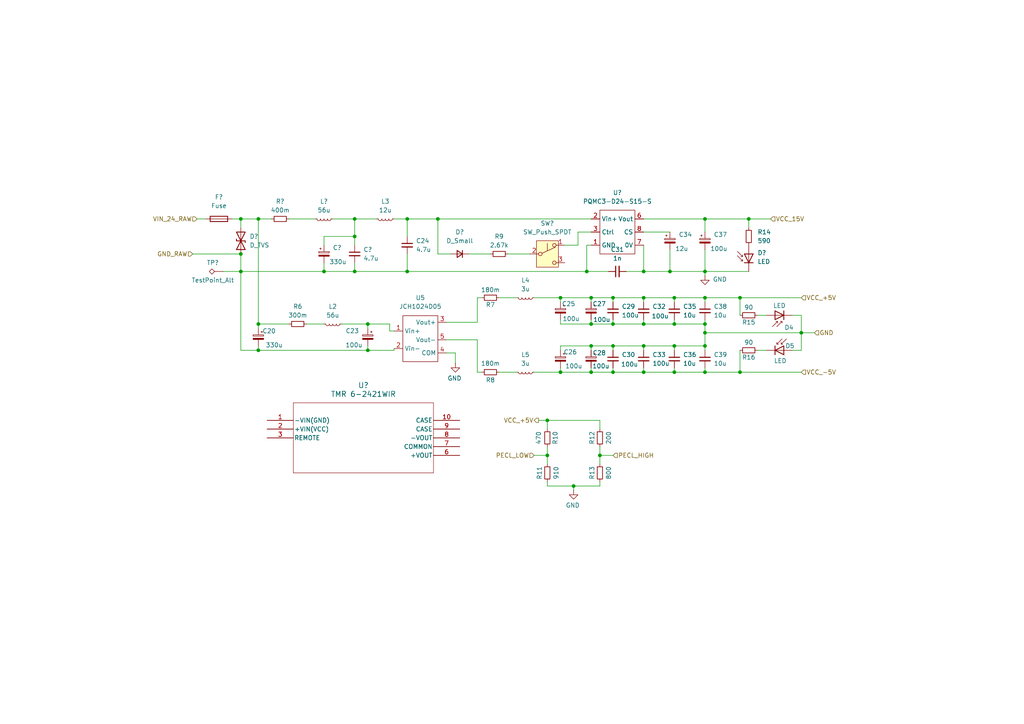
<source format=kicad_sch>
(kicad_sch (version 20231120) (generator "eeschema") (generator_version "8.0")
  (paper "A4")
  (lib_symbols
    (symbol "2025-07-16_21-58-08:TMR_6-2421WIR" (pin_names (offset 0.254))
      (property "Reference" "U" (at 27.94 10.16 0))
      (property "Value" "TMR 6-2421WIR" (at 27.94 7.62 0))
      (symbol "TMR_6-2421WIR_0_1"
        (polyline (pts (xy 7.62 -15.24) (xy 48.26 -15.24)) (stroke (width 0.127)))
        (polyline (pts (xy 7.62 5.08) (xy 7.62 -15.24)) (stroke (width 0.127)))
        (polyline (pts (xy 48.26 -15.24) (xy 48.26 5.08)) (stroke (width 0.127)))
        (polyline (pts (xy 48.26 5.08) (xy 7.62 5.08)) (stroke (width 0.127)))
        (pin power_out line (at 0 0 0) (length 7.62) (name "-VIN(GND)") (number "1"))
        (pin unspecified line (at 55.88 0 180) (length 7.62) (name "CASE") (number "10"))
        (pin power_in line (at 0 -2.54 0) (length 7.62) (name "+VIN(VCC)") (number "2"))
        (pin bidirectional line (at 0 -5.08 0) (length 7.62) (name "REMOTE") (number "3"))
        (pin power_in line (at 55.88 -10.16 180) (length 7.62) (name "+VOUT") (number "6"))
        (pin unspecified line (at 55.88 -7.62 180) (length 7.62) (name "COMMON") (number "7"))
        (pin power_in line (at 55.88 -5.08 180) (length 7.62) (name "-VOUT") (number "8"))
        (pin unspecified line (at 55.88 -2.54 180) (length 7.62) (name "CASE") (number "9"))
      )
    )
    (symbol "Connector:TestPoint_Alt" (pin_numbers hide) (pin_names (offset 0.762) hide)
      (property "Reference" "TP" (at 0 6.858 0))
      (property "Value" "TestPoint_Alt" (at 0 5.08 0))
      (symbol "TestPoint_Alt_0_1"
        (polyline (pts (xy 0 2.54) (xy -0.762 3.302) (xy 0 4.064) (xy 0.762 3.302) (xy 0 2.54)))
      )
      (symbol "TestPoint_Alt_1_1"
        (pin passive line (at 0 0 90) (length 2.54) (name "1") (number "1"))
      )
    )
    (symbol "Device:C_Polarized_Small" (pin_numbers hide) (pin_names (offset 0.254) hide)
      (property "Reference" "C" (at 0.254 1.778 0))
      (property "Value" "C_Polarized_Small" (at 0.254 -2.032 0))
      (symbol "C_Polarized_Small_0_1"
        (rectangle (start -1.524 -0.3048) (end 1.524 -0.6858) (fill (type outline)))
        (rectangle (start -1.524 0.6858) (end 1.524 0.3048))
        (polyline (pts (xy -1.27 1.524) (xy -0.762 1.524)))
        (polyline (pts (xy -1.016 1.27) (xy -1.016 1.778)))
      )
      (symbol "C_Polarized_Small_1_1"
        (pin passive line (at 0 2.54 270) (length 1.8542) (name "~") (number "1"))
        (pin passive line (at 0 -2.54 90) (length 1.8542) (name "~") (number "2"))
      )
    )
    (symbol "Device:C_Small" (pin_numbers hide) (pin_names (offset 0.254) hide)
      (property "Reference" "C" (at 0.254 1.778 0))
      (property "Value" "C_Small" (at 0.254 -2.032 0))
      (symbol "C_Small_0_1"
        (polyline (pts (xy -1.524 -0.508) (xy 1.524 -0.508)) (stroke (width 0.3302)))
        (polyline (pts (xy -1.524 0.508) (xy 1.524 0.508)) (stroke (width 0.3048)))
      )
      (symbol "C_Small_1_1"
        (pin passive line (at 0 2.54 270) (length 2.032) (name "~") (number "1"))
        (pin passive line (at 0 -2.54 90) (length 2.032) (name "~") (number "2"))
      )
    )
    (symbol "Device:D_Photo" (pin_numbers hide) (pin_names hide)
      (property "Reference" "D" (at 0.508 1.778 0))
      (property "Value" "D_Photo" (at -1.016 -2.794 0))
      (symbol "D_Photo_0_1"
        (polyline (pts (xy -2.54 1.27) (xy -2.54 -1.27)) (stroke (width 0.254)))
        (polyline (pts (xy -2.032 1.778) (xy -1.524 1.778)))
        (polyline (pts (xy 0 0) (xy -2.54 0)))
        (polyline (pts (xy -0.508 3.302) (xy -2.032 1.778) (xy -2.032 2.286)))
        (polyline (pts (xy 0 -1.27) (xy 0 1.27) (xy -2.54 0) (xy 0 -1.27)) (stroke (width 0.254)))
        (polyline (pts (xy 0.762 3.302) (xy -0.762 1.778) (xy -0.762 2.286) (xy -0.762 1.778) (xy -0.254 1.778)))
      )
      (symbol "D_Photo_1_1"
        (pin passive line (at -5.08 0 0) (length 2.54) (name "K") (number "1"))
        (pin passive line (at 2.54 0 180) (length 2.54) (name "A") (number "2"))
      )
    )
    (symbol "Device:D_Small" (pin_numbers hide) (pin_names (offset 0.254) hide)
      (property "Reference" "D" (at -1.27 2.032 0))
      (property "Value" "D_Small" (at -3.81 -2.032 0))
      (symbol "D_Small_0_1"
        (polyline (pts (xy -0.762 -1.016) (xy -0.762 1.016)) (stroke (width 0.254)))
        (polyline (pts (xy -0.762 0) (xy 0.762 0)))
        (polyline (pts (xy 0.762 -1.016) (xy -0.762 0) (xy 0.762 1.016) (xy 0.762 -1.016)) (stroke (width 0.254)))
      )
      (symbol "D_Small_1_1"
        (pin passive line (at -2.54 0 0) (length 1.778) (name "K") (number "1"))
        (pin passive line (at 2.54 0 180) (length 1.778) (name "A") (number "2"))
      )
    )
    (symbol "Device:D_TVS" (pin_numbers hide) (pin_names (offset 1.016) hide)
      (property "Reference" "D" (at 0 2.54 0))
      (property "Value" "D_TVS" (at 0 -2.54 0))
      (symbol "D_TVS_0_1"
        (polyline (pts (xy 1.27 0) (xy -1.27 0)))
        (polyline (pts (xy 0.508 1.27) (xy 0 1.27) (xy 0 -1.27) (xy -0.508 -1.27)) (stroke (width 0.254)))
        (polyline (pts (xy -2.54 1.27) (xy -2.54 -1.27) (xy 2.54 1.27) (xy 2.54 -1.27) (xy -2.54 1.27)) (stroke (width 0.254)))
      )
      (symbol "D_TVS_1_1"
        (pin passive line (at -3.81 0 0) (length 2.54) (name "A1") (number "1"))
        (pin passive line (at 3.81 0 180) (length 2.54) (name "A2") (number "2"))
      )
    )
    (symbol "Device:Fuse" (pin_numbers hide) (pin_names (offset 0))
      (property "Reference" "F" (at 2.032 0 90))
      (property "Value" "Fuse" (at -1.905 0 90))
      (symbol "Fuse_0_1"
        (rectangle (start -0.762 -2.54) (end 0.762 2.54) (stroke (width 0.254)))
        (polyline (pts (xy 0 2.54) (xy 0 -2.54)))
      )
      (symbol "Fuse_1_1"
        (pin passive line (at 0 3.81 270) (length 1.27) (name "~") (number "1"))
        (pin passive line (at 0 -3.81 90) (length 1.27) (name "~") (number "2"))
      )
    )
    (symbol "Device:L_Small" (pin_numbers hide) (pin_names (offset 0.254) hide)
      (property "Reference" "L" (at 0.762 1.016 0))
      (property "Value" "L_Small" (at 0.762 -1.016 0))
      (symbol "L_Small_0_1"
        (arc (start 0 -2.032) (mid 0.5058 -1.524) (end 0 -1.016))
        (arc (start 0 -1.016) (mid 0.5058 -0.508) (end 0 0))
        (arc (start 0 0) (mid 0.5058 0.508) (end 0 1.016))
        (arc (start 0 1.016) (mid 0.5058 1.524) (end 0 2.032))
      )
      (symbol "L_Small_1_1"
        (pin passive line (at 0 2.54 270) (length 0.508) (name "~") (number "1"))
        (pin passive line (at 0 -2.54 90) (length 0.508) (name "~") (number "2"))
      )
    )
    (symbol "Device:R_Small" (pin_numbers hide) (pin_names (offset 0.254) hide)
      (property "Reference" "R" (at 0.762 0.508 0))
      (property "Value" "R_Small" (at 0.762 -1.016 0))
      (symbol "R_Small_0_1"
        (rectangle (start -0.762 1.778) (end 0.762 -1.778) (stroke (width 0.2032)))
      )
      (symbol "R_Small_1_1"
        (pin passive line (at 0 2.54 270) (length 0.762) (name "~") (number "1"))
        (pin passive line (at 0 -2.54 90) (length 0.762) (name "~") (number "2"))
      )
    )
    (symbol "New_Library:JCH1024D05"
      (property "Reference" "U" (at 0 4.064 0))
      (symbol "JCH1024D05_0_1"
        (rectangle (start -5.08 3.175) (end 5.08 -10.16))
      )
      (symbol "JCH1024D05_1_1"
        (pin input line (at -7.62 -1.27 0) (length 2.54) (name "Vin+") (number "1"))
        (pin input line (at -7.62 -6.35 0) (length 2.54) (name "Vin-") (number "2"))
        (pin input line (at 7.62 1.27 180) (length 2.54) (name "Vout+") (number "3"))
        (pin input line (at 7.62 -7.62 180) (length 2.54) (name "COM") (number "4"))
        (pin input line (at 7.62 -3.81 180) (length 2.54) (name "Vout-") (number "5"))
      )
    )
    (symbol "New_Library:PQM3-D24-S15"
      (property "Reference" "U" (at 0 3.556 0))
      (symbol "PQM3-D24-S15_0_1"
        (rectangle (start -5.08 2.54) (end 5.08 -10.16))
      )
      (symbol "PQM3-D24-S15_1_1"
        (pin input line (at -7.62 -7.62 0) (length 2.54) (name "GND") (number "1"))
        (pin input line (at -7.62 0 0) (length 2.54) (name "Vin+") (number "2"))
        (pin input line (at -7.62 -3.81 0) (length 2.54) (name "Ctrl") (number "3"))
        (pin output line (at 7.62 0 180) (length 2.54) (name "Vout") (number "6"))
        (pin input line (at 7.62 -7.62 180) (length 2.54) (name "0V") (number "7"))
        (pin input line (at 7.62 -3.81 180) (length 2.54) (name "CS") (number "8"))
      )
    )
    (symbol "Switch:SW_Push_SPDT" (pin_names (offset 0) hide)
      (property "Reference" "SW" (at 0 5.08 0))
      (property "Value" "SW_Push_SPDT" (at 0 -5.08 0))
      (symbol "SW_Push_SPDT_0_0"
        (circle (center -2.032 0) (radius 0.508))
        (polyline (pts (xy 0 1.016) (xy 0 3.048)))
        (circle (center 2.032 -2.54) (radius 0.508))
      )
      (symbol "SW_Push_SPDT_0_1"
        (polyline (pts (xy -1.524 0.2032) (xy 2.3368 1.9812)))
        (circle (center 2.032 2.54) (radius 0.508))
      )
      (symbol "SW_Push_SPDT_1_1"
        (rectangle (start -3.175 3.81) (end 3.175 -3.81) (fill (type background)))
        (pin passive line (at 5.08 2.54 180) (length 2.54) (name "A") (number "1"))
        (pin passive line (at -5.08 0 0) (length 2.54) (name "B") (number "2"))
        (pin passive line (at 5.08 -2.54 180) (length 2.54) (name "C") (number "3"))
      )
    )
    (symbol "power:GND" (power) (pin_numbers hide) (pin_names (offset 0) hide)
      (property "Value" "GND" (at 0 -3.81 0))
      (symbol "GND_0_1"
        (polyline (pts (xy 0 0) (xy 0 -1.27) (xy 1.27 -1.27) (xy 0 -2.54) (xy -1.27 -1.27) (xy 0 -1.27)))
      )
      (symbol "GND_1_1"
        (pin power_in line (at 0 0 270) (length 0) (name "~") (number "1"))
      )
    )
  )
  (junction (at 69.85 63.5))
  (junction (at 186.69 78.74))
  (junction (at 106.68 93.98))
  (junction (at 177.8 93.98))
  (junction (at 204.47 96.52))
  (junction (at 232.41 96.52))
  (junction (at 158.75 121.92))
  (junction (at 214.63 86.36))
  (junction (at 195.58 86.36))
  (junction (at 102.87 68.58))
  (junction (at 170.18 78.74))
  (junction (at 166.37 140.97))
  (junction (at 118.11 78.74))
  (junction (at 204.47 93.98))
  (junction (at 214.63 107.95))
  (junction (at 127 63.5))
  (junction (at 186.69 86.36))
  (junction (at 171.45 107.95))
  (junction (at 204.47 78.74))
  (junction (at 69.85 78.74))
  (junction (at 74.93 93.98))
  (junction (at 162.56 86.36))
  (junction (at 195.58 107.95))
  (junction (at 102.87 63.5))
  (junction (at 173.99 132.08))
  (junction (at 177.8 86.36))
  (junction (at 171.45 86.36))
  (junction (at 171.45 100.33))
  (junction (at 69.85 73.66))
  (junction (at 186.69 107.95))
  (junction (at 217.17 63.5))
  (junction (at 158.75 132.08))
  (junction (at 102.87 78.74))
  (junction (at 177.8 107.95))
  (junction (at 171.45 93.98))
  (junction (at 162.56 107.95))
  (junction (at 118.11 63.5))
  (junction (at 195.58 100.33))
  (junction (at 186.69 93.98))
  (junction (at 74.93 63.5))
  (junction (at 204.47 63.5))
  (junction (at 106.68 101.6))
  (junction (at 74.93 101.6))
  (junction (at 204.47 100.33))
  (junction (at 194.31 78.74))
  (junction (at 204.47 107.95))
  (junction (at 195.58 93.98))
  (junction (at 93.98 78.74))
  (junction (at 177.8 100.33))
  (junction (at 204.47 86.36))
  (junction (at 186.69 100.33))
  (wire (pts (xy 158.75 121.92) (xy 158.75 124.46)))
  (wire (pts (xy 64.77 78.74) (xy 69.85 78.74)))
  (wire (pts (xy 214.63 107.95) (xy 204.47 107.95)))
  (wire (pts (xy 186.69 67.31) (xy 194.31 67.31)))
  (wire (pts (xy 173.99 121.92) (xy 173.99 124.46)))
  (wire (pts (xy 170.18 78.74) (xy 176.53 78.74)))
  (wire (pts (xy 130.81 73.66) (xy 127 73.66)))
  (wire (pts (xy 214.63 86.36) (xy 232.41 86.36)))
  (wire (pts (xy 204.47 72.39) (xy 204.47 78.74)))
  (wire (pts (xy 156.21 121.92) (xy 158.75 121.92)))
  (wire (pts (xy 177.8 92.71) (xy 177.8 93.98)))
  (wire (pts (xy 167.64 71.12) (xy 163.83 71.12)))
  (wire (pts (xy 93.98 68.58) (xy 102.87 68.58)))
  (wire (pts (xy 138.43 93.472) (xy 129.54 93.472)))
  (wire (pts (xy 186.69 87.63) (xy 186.69 86.36)))
  (wire (pts (xy 204.47 96.52) (xy 232.41 96.52)))
  (wire (pts (xy 171.45 67.31) (xy 167.64 67.31)))
  (wire (pts (xy 204.47 107.95) (xy 195.58 107.95)))
  (wire (pts (xy 219.71 91.44) (xy 222.25 91.44)))
  (wire (pts (xy 102.87 63.5) (xy 102.87 68.58)))
  (wire (pts (xy 204.47 86.36) (xy 214.63 86.36)))
  (wire (pts (xy 186.69 100.33) (xy 195.58 100.33)))
  (wire (pts (xy 144.78 86.36) (xy 149.86 86.36)))
  (wire (pts (xy 57.15 63.5) (xy 59.69 63.5)))
  (wire (pts (xy 127 63.5) (xy 118.11 63.5)))
  (wire (pts (xy 69.85 101.6) (xy 74.93 101.6)))
  (wire (pts (xy 186.69 86.36) (xy 177.8 86.36)))
  (wire (pts (xy 204.47 93.98) (xy 195.58 93.98)))
  (wire (pts (xy 166.37 140.97) (xy 173.99 140.97)))
  (wire (pts (xy 102.87 78.74) (xy 118.11 78.74)))
  (wire (pts (xy 162.56 86.36) (xy 162.56 87.63)))
  (wire (pts (xy 162.56 106.68) (xy 162.56 107.95)))
  (wire (pts (xy 162.56 93.98) (xy 171.45 93.98)))
  (wire (pts (xy 195.58 106.68) (xy 195.58 107.95)))
  (wire (pts (xy 162.56 93.98) (xy 162.56 92.71)))
  (wire (pts (xy 204.47 78.74) (xy 204.47 80.01)))
  (wire (pts (xy 154.94 86.36) (xy 162.56 86.36)))
  (wire (pts (xy 173.99 132.08) (xy 173.99 134.62)))
  (wire (pts (xy 132.08 105.41) (xy 132.08 102.362)))
  (wire (pts (xy 158.75 140.97) (xy 166.37 140.97)))
  (wire (pts (xy 186.69 78.74) (xy 194.31 78.74)))
  (wire (pts (xy 171.45 107.95) (xy 162.56 107.95)))
  (wire (pts (xy 195.58 86.36) (xy 204.47 86.36)))
  (wire (pts (xy 177.8 87.63) (xy 177.8 86.36)))
  (wire (pts (xy 74.93 63.5) (xy 74.93 93.98)))
  (wire (pts (xy 138.43 86.36) (xy 139.7 86.36)))
  (wire (pts (xy 195.58 93.98) (xy 186.69 93.98)))
  (wire (pts (xy 102.87 76.2) (xy 102.87 78.74)))
  (wire (pts (xy 186.69 100.33) (xy 177.8 100.33)))
  (wire (pts (xy 171.45 93.98) (xy 177.8 93.98)))
  (wire (pts (xy 177.8 107.95) (xy 186.69 107.95)))
  (wire (pts (xy 186.69 92.71) (xy 186.69 93.98)))
  (wire (pts (xy 113.03 93.98) (xy 106.68 93.98)))
  (wire (pts (xy 74.93 100.33) (xy 74.93 101.6)))
  (wire (pts (xy 219.71 101.6) (xy 222.25 101.6)))
  (wire (pts (xy 186.69 101.6) (xy 186.69 100.33)))
  (wire (pts (xy 195.58 100.33) (xy 204.47 100.33)))
  (wire (pts (xy 204.47 63.5) (xy 204.47 67.31)))
  (wire (pts (xy 232.41 101.6) (xy 229.87 101.6)))
  (wire (pts (xy 204.47 101.6) (xy 204.47 100.33)))
  (wire (pts (xy 69.85 63.5) (xy 74.93 63.5)))
  (wire (pts (xy 83.82 63.5) (xy 91.44 63.5)))
  (wire (pts (xy 232.41 91.44) (xy 229.87 91.44)))
  (wire (pts (xy 74.93 93.98) (xy 83.82 93.98)))
  (wire (pts (xy 93.98 76.2) (xy 93.98 78.74)))
  (wire (pts (xy 67.31 63.5) (xy 69.85 63.5)))
  (wire (pts (xy 135.89 73.66) (xy 142.24 73.66)))
  (wire (pts (xy 102.87 63.5) (xy 109.22 63.5)))
  (wire (pts (xy 127 73.66) (xy 127 63.5)))
  (wire (pts (xy 166.37 140.97) (xy 166.37 142.24)))
  (wire (pts (xy 147.32 73.66) (xy 153.67 73.66)))
  (wire (pts (xy 171.45 100.33) (xy 171.45 101.6)))
  (wire (pts (xy 138.43 98.552) (xy 138.43 107.95)))
  (wire (pts (xy 177.8 132.08) (xy 173.99 132.08)))
  (wire (pts (xy 170.18 71.12) (xy 170.18 78.74)))
  (wire (pts (xy 195.58 101.6) (xy 195.58 100.33)))
  (wire (pts (xy 106.68 100.33) (xy 106.68 101.6)))
  (wire (pts (xy 158.75 132.08) (xy 158.75 134.62)))
  (wire (pts (xy 102.87 68.58) (xy 102.87 71.12)))
  (wire (pts (xy 194.31 78.74) (xy 204.47 78.74)))
  (wire (pts (xy 204.47 63.5) (xy 217.17 63.5)))
  (wire (pts (xy 171.45 106.68) (xy 171.45 107.95)))
  (wire (pts (xy 118.11 73.66) (xy 118.11 78.74)))
  (wire (pts (xy 167.64 67.31) (xy 167.64 71.12)))
  (wire (pts (xy 186.69 63.5) (xy 204.47 63.5)))
  (wire (pts (xy 204.47 78.74) (xy 217.17 78.74)))
  (wire (pts (xy 74.93 101.6) (xy 106.68 101.6)))
  (wire (pts (xy 106.68 93.98) (xy 106.68 95.25)))
  (wire (pts (xy 177.8 106.68) (xy 177.8 107.95)))
  (wire (pts (xy 177.8 100.33) (xy 171.45 100.33)))
  (wire (pts (xy 217.17 63.5) (xy 223.52 63.5)))
  (wire (pts (xy 99.06 93.98) (xy 106.68 93.98)))
  (wire (pts (xy 171.45 93.98) (xy 171.45 92.71)))
  (wire (pts (xy 204.47 93.98) (xy 204.47 96.52)))
  (wire (pts (xy 236.22 96.52) (xy 232.41 96.52)))
  (wire (pts (xy 93.98 71.12) (xy 93.98 68.58)))
  (wire (pts (xy 186.69 86.36) (xy 195.58 86.36)))
  (wire (pts (xy 204.47 92.71) (xy 204.47 93.98)))
  (wire (pts (xy 154.94 132.08) (xy 158.75 132.08)))
  (wire (pts (xy 195.58 87.63) (xy 195.58 86.36)))
  (wire (pts (xy 93.98 78.74) (xy 102.87 78.74)))
  (wire (pts (xy 69.85 78.74) (xy 69.85 101.6)))
  (wire (pts (xy 204.47 106.68) (xy 204.47 107.95)))
  (wire (pts (xy 171.45 86.36) (xy 162.56 86.36)))
  (wire (pts (xy 162.56 100.33) (xy 171.45 100.33)))
  (wire (pts (xy 214.63 101.6) (xy 214.63 107.95)))
  (wire (pts (xy 194.31 72.39) (xy 194.31 78.74)))
  (wire (pts (xy 69.85 73.66) (xy 69.85 78.74)))
  (wire (pts (xy 217.17 63.5) (xy 217.17 66.04)))
  (wire (pts (xy 74.93 93.98) (xy 74.93 95.25)))
  (wire (pts (xy 114.3 101.6) (xy 114.3 101.092)))
  (wire (pts (xy 114.3 63.5) (xy 118.11 63.5)))
  (wire (pts (xy 114.3 96.012) (xy 113.03 96.012)))
  (wire (pts (xy 171.45 107.95) (xy 177.8 107.95)))
  (wire (pts (xy 158.75 140.97) (xy 158.75 139.7)))
  (wire (pts (xy 69.85 63.5) (xy 69.85 66.04)))
  (wire (pts (xy 186.69 106.68) (xy 186.69 107.95)))
  (wire (pts (xy 186.69 71.12) (xy 186.69 78.74)))
  (wire (pts (xy 129.54 98.552) (xy 138.43 98.552)))
  (wire (pts (xy 144.78 107.95) (xy 149.86 107.95)))
  (wire (pts (xy 138.43 86.36) (xy 138.43 93.472)))
  (wire (pts (xy 177.8 86.36) (xy 171.45 86.36)))
  (wire (pts (xy 195.58 92.71) (xy 195.58 93.98)))
  (wire (pts (xy 127 63.5) (xy 171.45 63.5)))
  (wire (pts (xy 181.61 78.74) (xy 186.69 78.74)))
  (wire (pts (xy 232.41 96.52) (xy 232.41 101.6)))
  (wire (pts (xy 214.63 91.44) (xy 214.63 86.36)))
  (wire (pts (xy 69.85 78.74) (xy 93.98 78.74)))
  (wire (pts (xy 158.75 121.92) (xy 173.99 121.92)))
  (wire (pts (xy 118.11 63.5) (xy 118.11 68.58)))
  (wire (pts (xy 162.56 107.95) (xy 154.94 107.95)))
  (wire (pts (xy 114.3 101.6) (xy 106.68 101.6)))
  (wire (pts (xy 177.8 101.6) (xy 177.8 100.33)))
  (wire (pts (xy 96.52 63.5) (xy 102.87 63.5)))
  (wire (pts (xy 171.45 87.63) (xy 171.45 86.36)))
  (wire (pts (xy 171.45 71.12) (xy 170.18 71.12)))
  (wire (pts (xy 118.11 78.74) (xy 170.18 78.74)))
  (wire (pts (xy 173.99 129.54) (xy 173.99 132.08)))
  (wire (pts (xy 88.9 93.98) (xy 93.98 93.98)))
  (wire (pts (xy 214.63 107.95) (xy 232.41 107.95)))
  (wire (pts (xy 204.47 86.36) (xy 204.47 87.63)))
  (wire (pts (xy 113.03 96.012) (xy 113.03 93.98)))
  (wire (pts (xy 186.69 93.98) (xy 177.8 93.98)))
  (wire (pts (xy 132.08 102.362) (xy 129.54 102.362)))
  (wire (pts (xy 162.56 100.33) (xy 162.56 101.6)))
  (wire (pts (xy 232.41 91.44) (xy 232.41 96.52)))
  (wire (pts (xy 74.93 63.5) (xy 78.74 63.5)))
  (wire (pts (xy 173.99 140.97) (xy 173.99 139.7)))
  (wire (pts (xy 195.58 107.95) (xy 186.69 107.95)))
  (wire (pts (xy 138.43 107.95) (xy 139.7 107.95)))
  (wire (pts (xy 204.47 96.52) (xy 204.47 100.33)))
  (wire (pts (xy 55.88 73.66) (xy 69.85 73.66)))
  (wire (pts (xy 158.75 129.54) (xy 158.75 132.08)))
  (hierarchical_label "VIN_24_RAW" (shape input) (at 57.15 63.5 180))
  (hierarchical_label "GND" (shape input) (at 236.22 96.52 0))
  (hierarchical_label "VCC_+5V" (shape output) (at 156.21 121.92 180))
  (hierarchical_label "PECL_HIGH" (shape input) (at 177.8 132.08 0))
  (hierarchical_label "VCC_+5V" (shape input) (at 232.41 86.36 0))
  (hierarchical_label "VCC_-5V" (shape input) (at 232.41 107.95 0))
  (hierarchical_label "PECL_LOW" (shape input) (at 154.94 132.08 180))
  (hierarchical_label "VCC_15V" (shape input) (at 223.52 63.5 0))
  (hierarchical_label "GND_RAW" (shape input) (at 55.88 73.66 180))
  (symbol (lib_id "power:GND") (at 204.47 80.01 0) (unit 1)
    (property "Reference" "#PWR016" (effects (hide yes)))
    (property "Value" "GND" (at 208.788 81.026 0))
    (property "Description" "Power symbol creates a global label with name \"GND\" , ground" (effects (hide yes)))
  )
  (symbol (lib_id "Device:L_Small") (at 93.98 63.5 270) (unit 1)
    (property "Reference" "L?" (at 93.98 58.42 90))
    (property "Value" "56u" (at 93.98 60.96 90))
    (property "Description" "Inductor, small symbol" (effects (hide yes)))
  )
  (symbol (lib_id "Device:R_Small") (at 217.17 101.6 90) (mirror x) (unit 1)
    (property "Reference" "R16" (at 217.17 103.632 90))
    (property "Value" "90" (at 217.17 99.314 90))
    (property "Description" "Resistor, small symbol" (effects (hide yes)))
  )
  (symbol (lib_id "Device:R_Small") (at 144.78 73.66 90) (unit 1)
    (property "Reference" "R9" (at 144.78 68.58 90))
    (property "Value" "2.67k" (at 144.78 71.12 90))
    (property "Description" "Resistor, small symbol" (effects (hide yes)))
  )
  (symbol (lib_id "Device:R_Small") (at 158.75 127 0) (mirror x) (unit 1)
    (property "Reference" "R10" (at 161.036 127 90))
    (property "Value" "470" (at 156.21 127 90))
    (property "Description" "Resistor, small symbol" (effects (hide yes)))
  )
  (symbol (lib_id "Device:R_Small") (at 173.99 127 0) (mirror y) (unit 1)
    (property "Reference" "R12" (at 171.704 127 90))
    (property "Value" "200" (at 176.53 127 90))
    (property "Description" "Resistor, small symbol" (effects (hide yes)))
  )
  (symbol (lib_id "Device:R_Small") (at 81.28 63.5 90) (unit 1)
    (property "Reference" "R?" (at 81.28 58.42 90))
    (property "Value" "400m" (at 81.28 60.96 90))
    (property "Footprint" "Resistor_SMD:R_1206_3216Metric_Pad1.30x1.75mm_HandSolder" (effects (hide yes)))
    (property "Description" "Resistor, small symbol" (effects (hide yes)))
  )
  (symbol (lib_id "Switch:SW_Push_SPDT") (at 158.75 73.66 0) (unit 1)
    (property "Reference" "SW?" (at 158.75 64.77 0))
    (property "Value" "SW_Push_SPDT" (at 158.75 67.31 0))
    (property "Description" "Momentary Switch, single pole double throw" (effects (hide yes)))
  )
  (symbol (lib_id "2025-07-16_21-58-08:TMR_6-2421WIR") (at 77.47 121.92 0) (unit 1)
    (property "Reference" "U?" (at 105.41 111.76 0) (effects (font (size 1.524 1.524))))
    (property "Value" "TMR 6-2421WIR" (at 105.41 114.3 0) (effects (font (size 1.524 1.524))))
    (property "Footprint" "TMR6WIR-DUAL_TRP" (effects (hide yes)))
    (property "Datasheet" "https://tracopower.com/tmr6wir-datasheet/" (effects (hide yes)))
  )
  (symbol (lib_id "Device:C_Small") (at 195.58 104.14 0) (unit 1)
    (property "Reference" "C36" (at 198.12 102.8762 0) (effects (justify left)))
    (property "Value" "10u" (at 198.12 105.4162 0) (effects (justify left)))
    (property "Description" "Unpolarized capacitor, small symbol" (effects (hide yes)))
  )
  (symbol (lib_id "Device:L_Small") (at 152.4 86.36 270) (unit 1)
    (property "Reference" "L4" (at 152.4 81.28 90))
    (property "Value" "3u" (at 152.4 83.82 90))
    (property "Description" "Inductor, small symbol" (effects (hide yes)))
  )
  (symbol (lib_id "Device:C_Polarized_Small") (at 93.98 73.66 0) (unit 1)
    (property "Reference" "C?" (at 96.52 71.8438 0) (effects (justify left)))
    (property "Value" "330u" (at 95.504 75.946 0) (effects (justify left)))
    (property "Description" "Polarized capacitor, small symbol" (effects (hide yes)))
  )
  (symbol (lib_id "Device:C_Polarized_Small") (at 171.45 90.17 0) (mirror y) (unit 1)
    (property "Reference" "C27" (at 175.768 88.138 0) (effects (justify left)))
    (property "Value" "100u" (at 177.038 92.71 0) (effects (justify left)))
    (property "Description" "Polarized capacitor, small symbol" (effects (hide yes)))
  )
  (symbol (lib_id "Device:D_Photo") (at 227.33 101.6 0) (unit 1)
    (property "Reference" "D5" (at 229.108 100.33 0))
    (property "Value" "LED" (at 226.314 104.648 0))
    (property "Description" "Photodiode" (effects (hide yes)))
  )
  (symbol (lib_id "power:GND") (at 132.08 105.41 0) (unit 1)
    (property "Reference" "#PWR012" (effects (hide yes)))
    (property "Value" "GND" (at 131.826 109.728 0))
    (property "Description" "Power symbol creates a global label with name \"GND\" , ground" (effects (hide yes)))
  )
  (symbol (lib_id "Device:C_Polarized_Small") (at 162.56 90.17 0) (mirror y) (unit 1)
    (property "Reference" "C25" (at 166.878 88.138 0) (effects (justify left)))
    (property "Value" "100u" (at 168.148 92.456 0) (effects (justify left)))
    (property "Description" "Polarized capacitor, small symbol" (effects (hide yes)))
  )
  (symbol (lib_id "Device:C_Small") (at 177.8 104.14 0) (unit 1)
    (property "Reference" "C30" (at 180.34 102.8762 0) (effects (justify left)))
    (property "Value" "100u" (at 180.086 105.664 0) (effects (justify left)))
    (property "Description" "Unpolarized capacitor, small symbol" (effects (hide yes)))
  )
  (symbol (lib_id "Device:C_Polarized_Small") (at 194.31 69.85 0) (unit 1)
    (property "Reference" "C34" (at 196.85 68.0338 0) (effects (justify left)))
    (property "Value" "12u" (at 195.834 72.136 0) (effects (justify left)))
    (property "Description" "Polarized capacitor, small symbol" (effects (hide yes)))
  )
  (symbol (lib_id "Device:R_Small") (at 173.99 137.16 0) (mirror y) (unit 1)
    (property "Reference" "R13" (at 171.704 137.16 90))
    (property "Value" "800" (at 176.53 137.16 90))
    (property "Description" "Resistor, small symbol" (effects (hide yes)))
  )
  (symbol (lib_id "Device:L_Small") (at 152.4 107.95 270) (unit 1)
    (property "Reference" "L5" (at 152.4 102.87 90))
    (property "Value" "3u" (at 152.4 105.41 90))
    (property "Description" "Inductor, small symbol" (effects (hide yes)))
  )
  (symbol (lib_id "Device:D_Photo") (at 224.79 91.44 180) (unit 1)
    (property "Reference" "D4" (at 228.854 94.996 0))
    (property "Value" "LED" (at 226.06 88.646 0))
    (property "Description" "Photodiode" (effects (hide yes)))
  )
  (symbol (lib_id "Device:C_Polarized_Small") (at 171.45 104.14 0) (mirror y) (unit 1)
    (property "Reference" "C28" (at 175.768 102.362 0) (effects (justify left)))
    (property "Value" "100u" (at 176.784 106.172 0) (effects (justify left)))
    (property "Description" "Polarized capacitor, small symbol" (effects (hide yes)))
  )
  (symbol (lib_id "Device:C_Polarized_Small") (at 74.93 97.79 0) (mirror y) (unit 1)
    (property "Reference" "C20" (at 80.01 96.012 0) (effects (justify left)))
    (property "Value" "330u" (at 82.042 100.076 0) (effects (justify left)))
    (property "Description" "Polarized capacitor, small symbol" (effects (hide yes)))
  )
  (symbol (lib_id "Device:D_Photo") (at 217.17 73.66 90) (unit 1)
    (property "Reference" "D?" (at 219.71 73.3424 90) (effects (justify right)))
    (property "Value" "LED" (at 219.71 75.8824 90) (effects (justify right)))
    (property "Description" "Photodiode" (effects (hide yes)))
  )
  (symbol (lib_id "New_Library:PQM3-D24-S15") (at 179.07 63.5 0) (unit 1)
    (property "Reference" "U?" (at 179.07 55.88 0))
    (property "Value" "PQMC3-D24-S15-S" (at 179.07 58.42 0))
  )
  (symbol (lib_id "power:GND") (at 166.37 142.24 0) (unit 1)
    (property "Reference" "#PWR013" (effects (hide yes)))
    (property "Value" "GND" (at 166.116 146.558 0))
    (property "Description" "Power symbol creates a global label with name \"GND\" , ground" (effects (hide yes)))
  )
  (symbol (lib_id "Device:C_Small") (at 102.87 73.66 0) (unit 1)
    (property "Reference" "C?" (at 105.41 72.3962 0) (effects (justify left)))
    (property "Value" "4.7u" (at 105.41 74.9362 0) (effects (justify left)))
    (property "Description" "Unpolarized capacitor, small symbol" (effects (hide yes)))
  )
  (symbol (lib_id "Device:Fuse") (at 63.5 63.5 90) (unit 1)
    (property "Reference" "F?" (at 63.5 57.15 90))
    (property "Value" "Fuse" (at 63.5 59.69 90))
    (property "Description" "Fuse" (effects (hide yes)))
  )
  (symbol (lib_id "Device:R_Small") (at 217.17 68.58 180) (unit 1)
    (property "Reference" "R14" (at 219.71 67.3099 0) (effects (justify right)))
    (property "Value" "590" (at 219.71 69.8499 0) (effects (justify right)))
    (property "Description" "Resistor, small symbol" (effects (hide yes)))
  )
  (symbol (lib_id "Device:C_Polarized_Small") (at 106.68 97.79 0) (mirror y) (unit 1)
    (property "Reference" "C23" (at 104.14 95.9738 0) (effects (justify left)))
    (property "Value" "100u" (at 105.156 100.076 0) (effects (justify left)))
    (property "Description" "Polarized capacitor, small symbol" (effects (hide yes)))
  )
  (symbol (lib_id "Device:R_Small") (at 142.24 86.36 90) (mirror x) (unit 1)
    (property "Reference" "R7" (at 142.24 88.392 90))
    (property "Value" "180m" (at 142.24 84.074 90))
    (property "Description" "Resistor, small symbol" (effects (hide yes)))
  )
  (symbol (lib_id "Device:D_Small") (at 133.35 73.66 180) (unit 1)
    (property "Reference" "D?" (at 133.35 67.31 0))
    (property "Value" "D_Small" (at 133.35 69.85 0))
    (property "Description" "Diode, small symbol" (effects (hide yes)))
    (property "Sim.Device" "D" (effects (hide yes)))
    (property "Sim.Pins" "1=K 2=A" (effects (hide yes)))
  )
  (symbol (lib_id "Device:C_Small") (at 179.07 78.74 90) (unit 1)
    (property "Reference" "C31" (at 179.0763 72.39 90))
    (property "Value" "1n" (at 179.0763 74.93 90))
    (property "Description" "Unpolarized capacitor, small symbol" (effects (hide yes)))
  )
  (symbol (lib_id "Device:C_Small") (at 118.11 71.12 0) (unit 1)
    (property "Reference" "C24" (at 120.65 69.8562 0) (effects (justify left)))
    (property "Value" "4.7u" (at 120.65 72.3962 0) (effects (justify left)))
    (property "Description" "Unpolarized capacitor, small symbol" (effects (hide yes)))
  )
  (symbol (lib_id "Device:C_Small") (at 186.69 90.17 0) (unit 1)
    (property "Reference" "C32" (at 189.23 88.9062 0) (effects (justify left)))
    (property "Value" "100u" (at 188.976 91.694 0) (effects (justify left)))
    (property "Description" "Unpolarized capacitor, small symbol" (effects (hide yes)))
  )
  (symbol (lib_id "Device:L_Small") (at 96.52 93.98 270) (unit 1)
    (property "Reference" "L2" (at 96.52 88.9 90))
    (property "Value" "56u" (at 96.52 91.44 90))
    (property "Description" "Inductor, small symbol" (effects (hide yes)))
  )
  (symbol (lib_id "Device:R_Small") (at 217.17 91.44 90) (mirror x) (unit 1)
    (property "Reference" "R15" (at 217.17 93.472 90))
    (property "Value" "90" (at 217.17 89.154 90))
    (property "Description" "Resistor, small symbol" (effects (hide yes)))
  )
  (symbol (lib_id "New_Library:JCH1024D05") (at 121.92 94.742 0) (unit 1)
    (property "Reference" "U5" (at 121.92 86.36 0))
    (property "Value" "JCH1024D05" (at 121.92 88.9 0))
  )
  (symbol (lib_id "Device:R_Small") (at 86.36 93.98 90) (unit 1)
    (property "Reference" "R6" (at 86.36 88.9 90))
    (property "Value" "300m" (at 86.36 91.44 90))
    (property "Description" "Resistor, small symbol" (effects (hide yes)))
  )
  (symbol (lib_id "Device:C_Polarized_Small") (at 162.56 104.14 0) (mirror y) (unit 1)
    (property "Reference" "C26" (at 167.386 102.108 0) (effects (justify left)))
    (property "Value" "100u" (at 168.91 106.172 0) (effects (justify left)))
    (property "Description" "Polarized capacitor, small symbol" (effects (hide yes)))
  )
  (symbol (lib_id "Device:C_Small") (at 186.69 104.14 0) (unit 1)
    (property "Reference" "C33" (at 189.23 102.8762 0) (effects (justify left)))
    (property "Value" "100u" (at 189.23 105.4162 0) (effects (justify left)))
    (property "Description" "Unpolarized capacitor, small symbol" (effects (hide yes)))
  )
  (symbol (lib_id "Device:R_Small") (at 142.24 107.95 90) (mirror x) (unit 1)
    (property "Reference" "R8" (at 142.24 110.236 90))
    (property "Value" "180m" (at 142.24 105.41 90))
    (property "Description" "Resistor, small symbol" (effects (hide yes)))
  )
  (symbol (lib_id "Device:L_Small") (at 111.76 63.5 270) (unit 1)
    (property "Reference" "L3" (at 111.76 58.42 90))
    (property "Value" "12u" (at 111.76 60.96 90))
    (property "Description" "Inductor, small symbol" (effects (hide yes)))
  )
  (symbol (lib_id "Device:D_TVS") (at 69.85 69.85 90) (unit 1)
    (property "Reference" "D?" (at 72.39 68.5799 90) (effects (justify right)))
    (property "Value" "D_TVS" (at 72.39 71.1199 90) (effects (justify right)))
    (property "Description" "Bidirectional transient-voltage-suppression diode" (effects (hide yes)))
  )
  (symbol (lib_id "Device:C_Small") (at 177.8 90.17 0) (unit 1)
    (property "Reference" "C29" (at 180.34 88.9062 0) (effects (justify left)))
    (property "Value" "100u" (at 180.34 91.4462 0) (effects (justify left)))
    (property "Description" "Unpolarized capacitor, small symbol" (effects (hide yes)))
  )
  (symbol (lib_id "Device:C_Small") (at 204.47 104.14 0) (unit 1)
    (property "Reference" "C39" (at 207.01 102.8762 0) (effects (justify left)))
    (property "Value" "10u" (at 207.01 105.4162 0) (effects (justify left)))
    (property "Description" "Unpolarized capacitor, small symbol" (effects (hide yes)))
  )
  (symbol (lib_id "Device:C_Small") (at 204.47 90.17 0) (unit 1)
    (property "Reference" "C38" (at 207.01 88.9062 0) (effects (justify left)))
    (property "Value" "10u" (at 207.01 91.4462 0) (effects (justify left)))
    (property "Description" "Unpolarized capacitor, small symbol" (effects (hide yes)))
  )
  (symbol (lib_id "Device:R_Small") (at 158.75 137.16 0) (mirror y) (unit 1)
    (property "Reference" "R11" (at 156.464 137.16 90))
    (property "Value" "910" (at 161.29 137.16 90))
    (property "Description" "Resistor, small symbol" (effects (hide yes)))
  )
  (symbol (lib_id "Connector:TestPoint_Alt") (at 64.77 78.74 90) (unit 1)
    (property "Reference" "TP?" (at 61.722 76.2 90))
    (property "Value" "TestPoint_Alt" (at 61.722 81.28 90))
    (property "Description" "test point (alternative shape)" (effects (hide yes)))
  )
  (symbol (lib_id "Device:C_Polarized_Small") (at 204.47 69.85 0) (unit 1)
    (property "Reference" "C37" (at 207.01 68.0338 0) (effects (justify left)))
    (property "Value" "100u" (at 205.994 72.136 0) (effects (justify left)))
    (property "Description" "Polarized capacitor, small symbol" (effects (hide yes)))
  )
  (symbol (lib_id "Device:C_Small") (at 195.58 90.17 0) (unit 1)
    (property "Reference" "C35" (at 198.12 88.9062 0) (effects (justify left)))
    (property "Value" "10u" (at 198.12 91.4462 0) (effects (justify left)))
    (property "Description" "Unpolarized capacitor, small symbol" (effects (hide yes)))
  )
)
</source>
